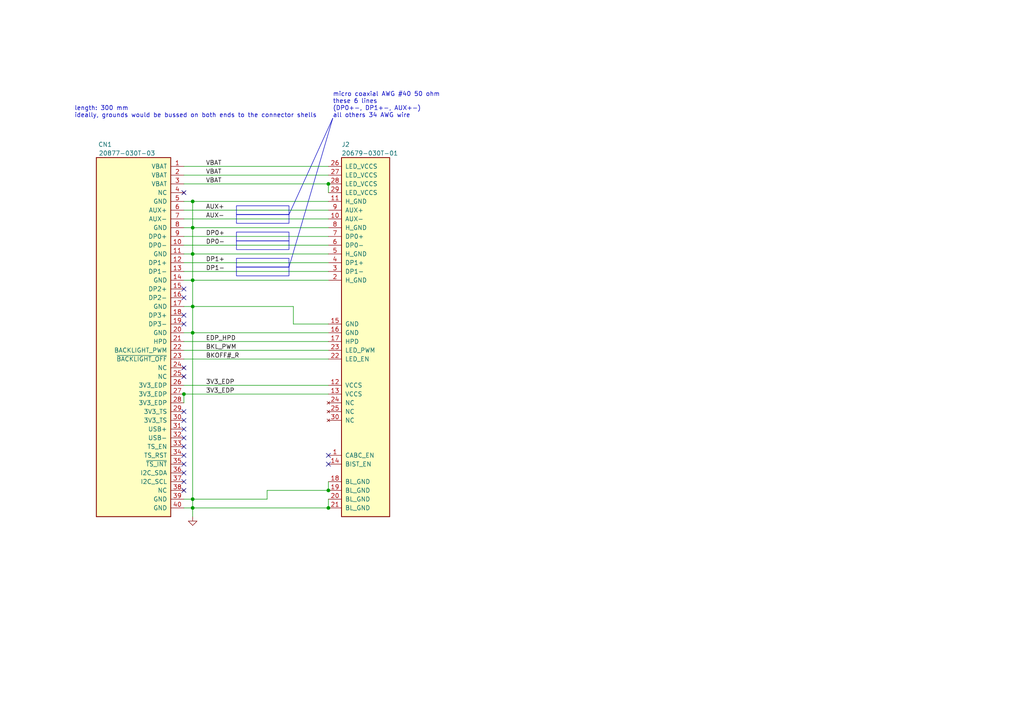
<source format=kicad_sch>
(kicad_sch (version 20230121) (generator eeschema)
  (paper "A4")
  (lib_symbols
    (symbol "Connector_Generic:Conn_01x30" (pin_names (offset 1.016))
      (property "Reference" "J2" (at -1.27 41.91 0))
      (property "Value" "20679-030T-01" (at -1.27 39.37 0))
      (symbol "Conn_01x30_1_1"
        (rectangle (start -1.27 38.1) (end 12.7 -66.04) (stroke (width 0.254)) (fill (type background)))
        (pin passive line (at -5.08 -48.26 0) (length 3.81) (name "CABC_EN") (number "1"))
        (pin passive line (at -5.08 20.32 0) (length 3.81) (name "AUX-") (number "10"))
        (pin passive line (at -5.08 25.4 0) (length 3.81) (name "H_GND") (number "11"))
        (pin passive line (at -5.08 -27.94 0) (length 3.81) (name "VCCS") (number "12"))
        (pin passive line (at -5.08 -30.48 0) (length 3.81) (name "VCCS") (number "13"))
        (pin passive line (at -5.08 -50.8 0) (length 3.81) (name "BIST_EN") (number "14"))
        (pin passive line (at -5.08 -10.16 0) (length 3.81) (name "GND") (number "15"))
        (pin passive line (at -5.08 -12.7 0) (length 3.81) (name "GND") (number "16"))
        (pin passive line (at -5.08 -15.24 0) (length 3.81) (name "HPD") (number "17"))
        (pin passive line (at -5.08 -55.88 0) (length 3.81) (name "BL_GND") (number "18"))
        (pin passive line (at -5.08 -58.42 0) (length 3.81) (name "BL_GND") (number "19"))
        (pin passive line (at -5.08 2.54 0) (length 3.81) (name "H_GND") (number "2"))
        (pin passive line (at -5.08 -60.96 0) (length 3.81) (name "BL_GND") (number "20"))
        (pin passive line (at -5.08 -63.5 0) (length 3.81) (name "BL_GND") (number "21"))
        (pin passive line (at -5.08 -20.32 0) (length 3.81) (name "LED_EN") (number "22"))
        (pin passive line (at -5.08 -17.78 0) (length 3.81) (name "LED_PWM") (number "23"))
        (pin no_connect line (at -5.08 -33.02 0) (length 3.81) (name "NC") (number "24"))
        (pin no_connect line (at -5.08 -35.56 0) (length 3.81) (name "NC") (number "25"))
        (pin passive line (at -5.08 35.56 0) (length 3.81) (name "LED_VCCS") (number "26"))
        (pin passive line (at -5.08 33.02 0) (length 3.81) (name "LED_VCCS") (number "27"))
        (pin passive line (at -5.08 30.48 0) (length 3.81) (name "LED_VCCS") (number "28"))
        (pin passive line (at -5.08 27.94 0) (length 3.81) (name "LED_VCCS") (number "29"))
        (pin passive line (at -5.08 5.08 0) (length 3.81) (name "DP1-") (number "3"))
        (pin no_connect line (at -5.08 -38.1 0) (length 3.81) (name "NC") (number "30"))
        (pin passive line (at -5.08 7.62 0) (length 3.81) (name "DP1+") (number "4"))
        (pin passive line (at -5.08 10.16 0) (length 3.81) (name "H_GND") (number "5"))
        (pin passive line (at -5.08 12.7 0) (length 3.81) (name "DP0-") (number "6"))
        (pin passive line (at -5.08 15.24 0) (length 3.81) (name "DP0+") (number "7"))
        (pin passive line (at -5.08 17.78 0) (length 3.81) (name "H_GND") (number "8"))
        (pin passive line (at -5.08 22.86 0) (length 3.81) (name "AUX+") (number "9"))
      )
    )
    (symbol "Connector_Generic:Conn_01x40" (pin_names (offset 1.016))
      (property "Reference" "CN1" (at 0 54.61 0))
      (property "Value" "20877-030T-03" (at 0 52.07 0))
      (symbol "Conn_01x40_1_1"
        (rectangle (start -1.27 50.8) (end 20.32 -53.34) (stroke (width 0.254)) (fill (type background)))
        (pin passive line (at -5.08 48.26 0) (length 3.81) (name "VBAT") (number "1"))
        (pin passive line (at -5.08 25.4 0) (length 3.81) (name "DP0-") (number "10"))
        (pin passive line (at -5.08 22.86 0) (length 3.81) (name "GND") (number "11"))
        (pin passive line (at -5.08 20.32 0) (length 3.81) (name "DP1+") (number "12"))
        (pin passive line (at -5.08 17.78 0) (length 3.81) (name "DP1-") (number "13"))
        (pin passive line (at -5.08 15.24 0) (length 3.81) (name "GND") (number "14"))
        (pin passive line (at -5.08 12.7 0) (length 3.81) (name "DP2+") (number "15"))
        (pin passive line (at -5.08 10.16 0) (length 3.81) (name "DP2-") (number "16"))
        (pin passive line (at -5.08 7.62 0) (length 3.81) (name "GND") (number "17"))
        (pin passive line (at -5.08 5.08 0) (length 3.81) (name "DP3+") (number "18"))
        (pin passive line (at -5.08 2.54 0) (length 3.81) (name "DP3-") (number "19"))
        (pin passive line (at -5.08 45.72 0) (length 3.81) (name "VBAT") (number "2"))
        (pin passive line (at -5.08 0 0) (length 3.81) (name "GND") (number "20"))
        (pin passive line (at -5.08 -2.54 0) (length 3.81) (name "HPD") (number "21"))
        (pin passive line (at -5.08 -5.08 0) (length 3.81) (name "BACKLIGHT_PWM") (number "22"))
        (pin passive line (at -5.08 -7.62 0) (length 3.81) (name "~{BACKLIGHT_OFF}") (number "23"))
        (pin no_connect line (at -5.08 -10.16 0) (length 3.81) (name "NC") (number "24"))
        (pin no_connect line (at -5.08 -12.7 0) (length 3.81) (name "NC") (number "25"))
        (pin passive line (at -5.08 -15.24 0) (length 3.81) (name "3V3_EDP") (number "26"))
        (pin passive line (at -5.08 -17.78 0) (length 3.81) (name "3V3_EDP") (number "27"))
        (pin passive line (at -5.08 -20.32 0) (length 3.81) (name "3V3_EDP") (number "28"))
        (pin passive line (at -5.08 -22.86 0) (length 3.81) (name "3V3_TS") (number "29"))
        (pin passive line (at -5.08 43.18 0) (length 3.81) (name "VBAT") (number "3"))
        (pin passive line (at -5.08 -25.4 0) (length 3.81) (name "3V3_TS") (number "30"))
        (pin passive line (at -5.08 -27.94 0) (length 3.81) (name "USB+") (number "31"))
        (pin passive line (at -5.08 -30.48 0) (length 3.81) (name "USB-") (number "32"))
        (pin passive line (at -5.08 -33.02 0) (length 3.81) (name "TS_EN") (number "33"))
        (pin passive line (at -5.08 -35.56 0) (length 3.81) (name "TS_RST") (number "34"))
        (pin passive line (at -5.08 -38.1 0) (length 3.81) (name "~{TS_INT}") (number "35"))
        (pin passive line (at -5.08 -40.64 0) (length 3.81) (name "I2C_SDA") (number "36"))
        (pin passive line (at -5.08 -43.18 0) (length 3.81) (name "I2C_SCL") (number "37"))
        (pin no_connect line (at -5.08 -45.72 0) (length 3.81) (name "NC") (number "38"))
        (pin passive line (at -5.08 -48.26 0) (length 3.81) (name "GND") (number "39"))
        (pin no_connect line (at -5.08 40.64 0) (length 3.81) (name "NC") (number "4"))
        (pin passive line (at -5.08 -50.8 0) (length 3.81) (name "GND") (number "40"))
        (pin passive line (at -5.08 38.1 0) (length 3.81) (name "GND") (number "5"))
        (pin passive line (at -5.08 35.56 0) (length 3.81) (name "AUX+") (number "6"))
        (pin passive line (at -5.08 33.02 0) (length 3.81) (name "AUX-") (number "7"))
        (pin passive line (at -5.08 30.48 0) (length 3.81) (name "GND") (number "8"))
        (pin passive line (at -5.08 27.94 0) (length 3.81) (name "DP0+") (number "9"))
      )
    )
    (symbol "power:GND" (power) (pin_names (offset 0))
      (property "Value" "GND" (at 0 -3.81 0))
      (symbol "GND_0_1"
        (polyline (pts (xy 0 0) (xy 0 -1.27) (xy 1.27 -1.27) (xy 0 -2.54) (xy -1.27 -1.27) (xy 0 -1.27)))
      )
      (symbol "GND_1_1"
        (pin power_in line (at 0 0 270) (length 0) hide (name "GND") (number "1"))
      )
    )
  )
  (junction (at 95.25 142.24))
  (junction (at 55.88 96.52))
  (junction (at 95.25 53.34))
  (junction (at 95.25 147.32))
  (junction (at 55.88 58.42))
  (junction (at 55.88 66.04))
  (junction (at 55.88 147.32))
  (junction (at 53.34 114.3))
  (junction (at 55.88 144.78))
  (junction (at 55.88 88.9))
  (junction (at 55.88 73.66))
  (junction (at 55.88 81.28))
  (no_connect (at 53.34 139.7))
  (no_connect (at 53.34 91.44))
  (no_connect (at 53.34 93.98))
  (no_connect (at 53.34 124.46))
  (no_connect (at 53.34 119.38))
  (no_connect (at 95.25 132.08))
  (no_connect (at 53.34 129.54))
  (no_connect (at 53.34 132.08))
  (no_connect (at 53.34 134.62))
  (no_connect (at 53.34 142.24))
  (no_connect (at 53.34 137.16))
  (no_connect (at 53.34 121.92))
  (no_connect (at 53.34 127))
  (no_connect (at 95.25 134.62))
  (no_connect (at 53.34 109.22))
  (no_connect (at 53.34 106.68))
  (no_connect (at 53.34 83.82))
  (no_connect (at 53.34 86.36))
  (no_connect (at 53.34 55.88))
  (wire (pts (xy 55.88 96.52) (xy 55.88 88.9)))
  (wire (pts (xy 85.09 93.98) (xy 85.09 88.9)))
  (wire (pts (xy 53.34 99.06) (xy 95.25 99.06)))
  (wire (pts (xy 53.34 76.2) (xy 95.25 76.2)))
  (wire (pts (xy 95.25 93.98) (xy 85.09 93.98)))
  (wire (pts (xy 55.88 147.32) (xy 55.88 144.78)))
  (wire (pts (xy 55.88 96.52) (xy 95.25 96.52)))
  (wire (pts (xy 77.47 142.24) (xy 77.47 144.78)))
  (wire (pts (xy 53.34 114.3) (xy 95.25 114.3)))
  (wire (pts (xy 55.88 147.32) (xy 95.25 147.32)))
  (wire (pts (xy 53.34 71.12) (xy 95.25 71.12)))
  (wire (pts (xy 95.25 144.78) (xy 95.25 147.32)))
  (wire (pts (xy 53.34 96.52) (xy 55.88 96.52)))
  (wire (pts (xy 55.88 81.28) (xy 95.25 81.28)))
  (wire (pts (xy 95.25 142.24) (xy 77.47 142.24)))
  (wire (pts (xy 53.34 81.28) (xy 55.88 81.28)))
  (polyline (pts (xy 83.82 62.23) (xy 96.52 34.29)))
  (wire (pts (xy 55.88 58.42) (xy 53.34 58.42)))
  (wire (pts (xy 95.25 139.7) (xy 95.25 142.24)))
  (wire (pts (xy 53.34 68.58) (xy 95.25 68.58)))
  (wire (pts (xy 55.88 58.42) (xy 95.25 58.42)))
  (wire (pts (xy 53.34 111.76) (xy 95.25 111.76)))
  (wire (pts (xy 53.34 63.5) (xy 95.25 63.5)))
  (wire (pts (xy 53.34 144.78) (xy 55.88 144.78)))
  (polyline (pts (xy 83.82 77.47) (xy 96.52 34.29)))
  (wire (pts (xy 53.34 73.66) (xy 55.88 73.66)))
  (wire (pts (xy 53.34 78.74) (xy 95.25 78.74)))
  (wire (pts (xy 53.34 50.8) (xy 95.25 50.8)))
  (wire (pts (xy 55.88 149.86) (xy 55.88 147.32)))
  (wire (pts (xy 55.88 66.04) (xy 95.25 66.04)))
  (wire (pts (xy 55.88 73.66) (xy 55.88 66.04)))
  (wire (pts (xy 53.34 88.9) (xy 55.88 88.9)))
  (wire (pts (xy 55.88 144.78) (xy 55.88 96.52)))
  (wire (pts (xy 85.09 88.9) (xy 55.88 88.9)))
  (wire (pts (xy 53.34 53.34) (xy 95.25 53.34)))
  (wire (pts (xy 53.34 60.96) (xy 95.25 60.96)))
  (wire (pts (xy 55.88 81.28) (xy 55.88 73.66)))
  (wire (pts (xy 53.34 104.14) (xy 95.25 104.14)))
  (wire (pts (xy 55.88 66.04) (xy 55.88 58.42)))
  (wire (pts (xy 53.34 48.26) (xy 95.25 48.26)))
  (wire (pts (xy 53.34 147.32) (xy 55.88 147.32)))
  (wire (pts (xy 53.34 101.6) (xy 95.25 101.6)))
  (wire (pts (xy 95.25 53.34) (xy 95.25 55.88)))
  (wire (pts (xy 77.47 144.78) (xy 55.88 144.78)))
  (wire (pts (xy 55.88 73.66) (xy 95.25 73.66)))
  (wire (pts (xy 53.34 66.04) (xy 55.88 66.04)))
  (wire (pts (xy 53.34 114.3) (xy 53.34 116.84)))
  (wire (pts (xy 55.88 88.9) (xy 55.88 81.28)))
  (rectangle (start 68.58 62.23) (end 83.82 64.77))
  (rectangle (start 68.58 69.85) (end 83.82 72.39))
  (rectangle (start 68.58 77.47) (end 83.82 80.01))
  (rectangle (start 68.58 59.69) (end 83.82 62.23))
  (rectangle (start 68.58 67.31) (end 83.82 69.85))
  (rectangle (start 68.58 74.93) (end 83.82 77.47))
  (text "micro coaxial AWG #40 50 ohm\nthese 6 lines\n(DP0+-, DP1+-, AUX+-)\nall others 34 AWG wire" (at 96.52 34.29 0) (effects (font (size 1.27 1.27)) (justify left bottom)))
  (text "length: 300 mm\nideally, grounds would be bussed on both ends to the connector shells" (at 21.59 34.29 0) (effects (font (size 1.27 1.27)) (justify left bottom)))
  (label "DP1+" (at 59.69 76.2 0))
  (label "VBAT" (at 59.69 53.34 0))
  (label "AUX-" (at 59.69 63.5 0))
  (label "VBAT" (at 59.69 50.8 0))
  (label "VBAT" (at 59.69 48.26 0))
  (label "3V3_EDP" (at 59.69 114.3 0))
  (label "DP0+" (at 59.69 68.58 0))
  (label "3V3_EDP" (at 59.69 111.76 0))
  (label "BKOFF#_R" (at 59.69 104.14 0))
  (label "DP1-" (at 59.69 78.74 0))
  (label "BKL_PWM" (at 59.69 101.6 0))
  (label "EDP_HPD" (at 59.69 99.06 0))
  (label "DP0-" (at 59.69 71.12 0))
  (label "AUX+" (at 59.69 60.96 0))
  (symbol (lib_id "power:GND") (at 55.88 149.86 0) (unit 1)
    (property "Reference" "#PWR01" (effects hide))
    (property "Value" "GND" (effects hide))
  )
  (symbol (lib_id "Connector_Generic:Conn_01x30") (at 100.33 83.82 0) (unit 1)
    (property "Reference" "J2" (at 99.06 41.91 0) (effects (justify left)))
    (property "Value" "20679-030T-01" (at 99.06 44.45 0) (effects (justify left)))
  )
  (symbol (lib_id "Connector_Generic:Conn_01x40") (at 48.26 96.52 0) (mirror y) (unit 1)
    (property "Reference" "CN1" (at 30.48 41.91 0))
    (property "Value" "20877-030T-03" (at 36.83 44.45 0))
  )
)
</source>
